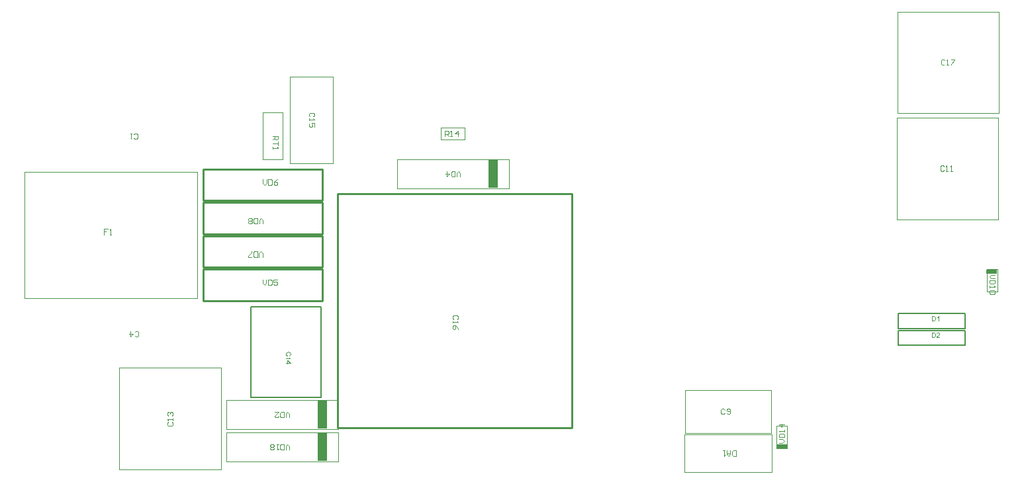
<source format=gbr>
%TF.GenerationSoftware,Altium Limited,Altium Designer,21.6.4 (81)*%
G04 Layer_Color=32768*
%FSLAX43Y43*%
%MOMM*%
%TF.SameCoordinates,B74C4539-8C7F-4592-B280-35368C4CFDA8*%
%TF.FilePolarity,Positive*%
%TF.FileFunction,Other,Top_Assembly*%
%TF.Part,Single*%
G01*
G75*
%TA.AperFunction,NonConductor*%
%ADD68C,0.200*%
%ADD69C,0.254*%
%ADD93C,0.100*%
%ADD104R,1.300X3.675*%
%ADD105R,1.375X0.575*%
G36*
X127608Y18342D02*
X127615Y18341D01*
X127625Y18340D01*
X127635Y18338D01*
X127645Y18336D01*
X127669Y18330D01*
X127693Y18320D01*
X127705Y18315D01*
X127717Y18308D01*
X127728Y18300D01*
X127738Y18291D01*
X127739Y18290D01*
X127741Y18289D01*
X127743Y18285D01*
X127747Y18282D01*
X127751Y18277D01*
X127756Y18270D01*
X127761Y18264D01*
X127766Y18256D01*
X127775Y18238D01*
X127785Y18216D01*
X127788Y18205D01*
X127790Y18192D01*
X127792Y18179D01*
X127793Y18165D01*
Y18163D01*
Y18159D01*
X127792Y18151D01*
X127791Y18141D01*
X127789Y18130D01*
X127785Y18117D01*
X127782Y18103D01*
X127776Y18089D01*
X127775Y18087D01*
X127773Y18083D01*
X127770Y18075D01*
X127764Y18065D01*
X127757Y18054D01*
X127748Y18040D01*
X127736Y18026D01*
X127724Y18011D01*
X127722Y18009D01*
X127717Y18003D01*
X127712Y17999D01*
X127708Y17994D01*
X127702Y17988D01*
X127695Y17981D01*
X127687Y17974D01*
X127678Y17965D01*
X127669Y17956D01*
X127658Y17946D01*
X127646Y17936D01*
X127633Y17924D01*
X127618Y17912D01*
X127603Y17899D01*
X127602Y17898D01*
X127601Y17896D01*
X127597Y17893D01*
X127592Y17890D01*
X127587Y17884D01*
X127580Y17878D01*
X127565Y17866D01*
X127550Y17853D01*
X127535Y17839D01*
X127522Y17827D01*
X127516Y17822D01*
X127512Y17817D01*
X127511Y17816D01*
X127508Y17814D01*
X127504Y17810D01*
X127500Y17804D01*
X127495Y17798D01*
X127490Y17792D01*
X127479Y17776D01*
X127794D01*
Y17700D01*
X127369D01*
Y17701D01*
Y17705D01*
Y17710D01*
X127370Y17718D01*
X127371Y17726D01*
X127373Y17735D01*
X127375Y17744D01*
X127379Y17755D01*
Y17755D01*
X127380Y17756D01*
X127381Y17762D01*
X127385Y17770D01*
X127391Y17781D01*
X127398Y17794D01*
X127407Y17809D01*
X127418Y17824D01*
X127430Y17840D01*
Y17841D01*
X127432Y17841D01*
X127437Y17847D01*
X127445Y17855D01*
X127457Y17867D01*
X127471Y17881D01*
X127489Y17898D01*
X127510Y17916D01*
X127533Y17936D01*
X127534Y17937D01*
X127538Y17939D01*
X127543Y17944D01*
X127550Y17950D01*
X127558Y17957D01*
X127568Y17965D01*
X127578Y17975D01*
X127590Y17985D01*
X127614Y18007D01*
X127637Y18029D01*
X127648Y18040D01*
X127658Y18051D01*
X127667Y18061D01*
X127675Y18072D01*
Y18073D01*
X127676Y18074D01*
X127678Y18076D01*
X127680Y18080D01*
X127687Y18090D01*
X127694Y18102D01*
X127700Y18117D01*
X127707Y18133D01*
X127711Y18150D01*
X127712Y18167D01*
Y18168D01*
Y18169D01*
X127712Y18174D01*
X127711Y18184D01*
X127708Y18194D01*
X127704Y18207D01*
X127698Y18220D01*
X127689Y18233D01*
X127678Y18245D01*
X127676Y18247D01*
X127672Y18251D01*
X127665Y18256D01*
X127655Y18262D01*
X127642Y18268D01*
X127627Y18273D01*
X127610Y18277D01*
X127590Y18278D01*
X127585D01*
X127581Y18277D01*
X127570Y18276D01*
X127557Y18273D01*
X127543Y18270D01*
X127528Y18263D01*
X127513Y18255D01*
X127499Y18244D01*
X127497Y18242D01*
X127493Y18237D01*
X127488Y18230D01*
X127482Y18219D01*
X127476Y18206D01*
X127470Y18189D01*
X127467Y18171D01*
X127465Y18149D01*
X127384Y18158D01*
Y18159D01*
X127385Y18161D01*
Y18166D01*
X127386Y18172D01*
X127388Y18180D01*
X127390Y18188D01*
X127393Y18198D01*
X127395Y18208D01*
X127403Y18231D01*
X127414Y18253D01*
X127420Y18264D01*
X127429Y18275D01*
X127437Y18285D01*
X127446Y18294D01*
X127447Y18295D01*
X127449Y18296D01*
X127452Y18299D01*
X127456Y18302D01*
X127462Y18306D01*
X127468Y18309D01*
X127476Y18314D01*
X127485Y18319D01*
X127495Y18323D01*
X127506Y18328D01*
X127518Y18331D01*
X127531Y18335D01*
X127545Y18338D01*
X127560Y18341D01*
X127576Y18342D01*
X127592Y18343D01*
X127602D01*
X127608Y18342D01*
D02*
G37*
G36*
X127030Y18339D02*
X127049Y18338D01*
X127067Y18336D01*
X127086Y18333D01*
X127101Y18331D01*
X127102D01*
X127104Y18330D01*
X127107D01*
X127111Y18328D01*
X127121Y18325D01*
X127134Y18320D01*
X127148Y18314D01*
X127164Y18306D01*
X127180Y18296D01*
X127195Y18284D01*
X127196Y18283D01*
X127197Y18282D01*
X127199Y18280D01*
X127203Y18277D01*
X127212Y18268D01*
X127223Y18255D01*
X127235Y18239D01*
X127248Y18221D01*
X127260Y18199D01*
X127271Y18175D01*
Y18174D01*
X127271Y18172D01*
X127273Y18169D01*
X127274Y18163D01*
X127277Y18157D01*
X127279Y18149D01*
X127281Y18141D01*
X127283Y18131D01*
X127286Y18121D01*
X127288Y18109D01*
X127293Y18083D01*
X127295Y18054D01*
X127296Y18023D01*
Y18022D01*
Y18020D01*
Y18015D01*
Y18011D01*
X127295Y18004D01*
Y17997D01*
X127295Y17979D01*
X127292Y17959D01*
X127289Y17938D01*
X127284Y17915D01*
X127279Y17893D01*
Y17892D01*
X127278Y17890D01*
X127277Y17888D01*
X127276Y17884D01*
X127272Y17874D01*
X127267Y17861D01*
X127261Y17846D01*
X127254Y17831D01*
X127245Y17816D01*
X127235Y17801D01*
X127234Y17799D01*
X127231Y17794D01*
X127225Y17788D01*
X127218Y17779D01*
X127209Y17770D01*
X127199Y17761D01*
X127189Y17751D01*
X127177Y17743D01*
X127175Y17742D01*
X127172Y17739D01*
X127165Y17735D01*
X127156Y17730D01*
X127145Y17725D01*
X127132Y17720D01*
X127117Y17715D01*
X127100Y17710D01*
X127099D01*
X127096Y17709D01*
X127093Y17708D01*
X127084Y17707D01*
X127071Y17706D01*
X127056Y17704D01*
X127038Y17702D01*
X127019Y17701D01*
X126998Y17700D01*
X126768D01*
Y18340D01*
X127013D01*
X127030Y18339D01*
D02*
G37*
G36*
X44493Y15874D02*
X44502D01*
X44512Y15873D01*
X44524Y15872D01*
X44536Y15870D01*
X44562Y15866D01*
X44592Y15859D01*
X44622Y15850D01*
X44650Y15837D01*
X44651Y15836D01*
X44654Y15835D01*
X44658Y15833D01*
X44662Y15830D01*
X44669Y15826D01*
X44676Y15821D01*
X44693Y15809D01*
X44711Y15794D01*
X44730Y15775D01*
X44748Y15754D01*
X44764Y15729D01*
X44765Y15728D01*
X44766Y15725D01*
X44768Y15722D01*
X44770Y15717D01*
X44773Y15710D01*
X44776Y15702D01*
X44780Y15693D01*
X44783Y15683D01*
X44787Y15672D01*
X44791Y15660D01*
X44796Y15634D01*
X44801Y15604D01*
X44803Y15574D01*
Y15564D01*
X44802Y15558D01*
X44801Y15550D01*
X44800Y15539D01*
X44799Y15529D01*
X44796Y15517D01*
X44791Y15492D01*
X44782Y15465D01*
X44777Y15451D01*
X44770Y15438D01*
X44762Y15425D01*
X44754Y15412D01*
X44753Y15411D01*
X44752Y15409D01*
X44749Y15405D01*
X44745Y15401D01*
X44740Y15396D01*
X44733Y15390D01*
X44726Y15383D01*
X44719Y15376D01*
X44709Y15368D01*
X44698Y15361D01*
X44687Y15353D01*
X44675Y15345D01*
X44661Y15339D01*
X44647Y15331D01*
X44633Y15326D01*
X44616Y15320D01*
X44597Y15403D01*
X44598D01*
X44599Y15404D01*
X44603Y15406D01*
X44608Y15408D01*
X44613Y15410D01*
X44621Y15413D01*
X44635Y15420D01*
X44652Y15429D01*
X44669Y15440D01*
X44684Y15454D01*
X44698Y15469D01*
X44700Y15471D01*
X44704Y15477D01*
X44708Y15486D01*
X44715Y15498D01*
X44720Y15514D01*
X44726Y15531D01*
X44730Y15552D01*
X44731Y15575D01*
Y15583D01*
X44730Y15587D01*
Y15594D01*
X44729Y15601D01*
X44726Y15619D01*
X44722Y15638D01*
X44716Y15659D01*
X44707Y15680D01*
X44695Y15699D01*
Y15700D01*
X44693Y15701D01*
X44688Y15708D01*
X44681Y15716D01*
X44670Y15726D01*
X44656Y15738D01*
X44640Y15749D01*
X44621Y15759D01*
X44599Y15769D01*
X44598D01*
X44597Y15770D01*
X44594Y15771D01*
X44589Y15771D01*
X44584Y15773D01*
X44577Y15775D01*
X44561Y15778D01*
X44543Y15782D01*
X44523Y15785D01*
X44500Y15787D01*
X44476Y15788D01*
X44475D01*
X44473D01*
X44468D01*
X44463D01*
X44456Y15787D01*
X44448D01*
X44438Y15786D01*
X44428Y15785D01*
X44406Y15783D01*
X44382Y15778D01*
X44358Y15772D01*
X44334Y15765D01*
X44333D01*
X44331Y15764D01*
X44328Y15762D01*
X44324Y15760D01*
X44313Y15755D01*
X44300Y15747D01*
X44285Y15736D01*
X44269Y15723D01*
X44255Y15709D01*
X44242Y15691D01*
Y15690D01*
X44242Y15688D01*
X44240Y15685D01*
X44238Y15682D01*
X44236Y15677D01*
X44233Y15672D01*
X44228Y15659D01*
X44222Y15642D01*
X44218Y15624D01*
X44214Y15603D01*
X44213Y15582D01*
Y15575D01*
X44214Y15570D01*
Y15563D01*
X44215Y15557D01*
X44218Y15540D01*
X44223Y15521D01*
X44230Y15501D01*
X44241Y15481D01*
X44246Y15471D01*
X44254Y15462D01*
X44255Y15461D01*
X44255Y15460D01*
X44258Y15457D01*
X44261Y15453D01*
X44266Y15450D01*
X44271Y15445D01*
X44277Y15440D01*
X44284Y15435D01*
X44292Y15429D01*
X44302Y15423D01*
X44311Y15417D01*
X44322Y15412D01*
X44334Y15407D01*
X44347Y15403D01*
X44361Y15398D01*
X44376Y15394D01*
X44354Y15309D01*
X44353D01*
X44350Y15310D01*
X44344Y15312D01*
X44337Y15315D01*
X44328Y15318D01*
X44318Y15321D01*
X44307Y15326D01*
X44295Y15331D01*
X44269Y15344D01*
X44243Y15361D01*
X44230Y15371D01*
X44218Y15381D01*
X44206Y15392D01*
X44195Y15405D01*
X44194Y15406D01*
X44193Y15408D01*
X44191Y15413D01*
X44187Y15417D01*
X44182Y15425D01*
X44178Y15432D01*
X44173Y15442D01*
X44169Y15452D01*
X44163Y15465D01*
X44158Y15477D01*
X44154Y15491D01*
X44149Y15506D01*
X44145Y15522D01*
X44144Y15538D01*
X44142Y15556D01*
X44141Y15575D01*
Y15585D01*
X44142Y15592D01*
Y15600D01*
X44143Y15611D01*
X44144Y15622D01*
X44146Y15635D01*
X44151Y15661D01*
X44158Y15689D01*
X44169Y15717D01*
X44175Y15730D01*
X44182Y15743D01*
X44183Y15744D01*
X44184Y15746D01*
X44187Y15749D01*
X44191Y15753D01*
X44194Y15759D01*
X44200Y15765D01*
X44206Y15772D01*
X44214Y15780D01*
X44222Y15787D01*
X44230Y15795D01*
X44252Y15812D01*
X44277Y15828D01*
X44304Y15842D01*
X44305D01*
X44308Y15844D01*
X44313Y15844D01*
X44318Y15847D01*
X44326Y15849D01*
X44335Y15852D01*
X44345Y15856D01*
X44356Y15858D01*
X44368Y15861D01*
X44382Y15865D01*
X44411Y15869D01*
X44443Y15873D01*
X44476Y15875D01*
X44477D01*
X44481D01*
X44487D01*
X44493Y15874D01*
D02*
G37*
G36*
X44634Y15176D02*
X44635Y15174D01*
X44636Y15170D01*
X44639Y15166D01*
X44642Y15160D01*
X44646Y15154D01*
X44655Y15138D01*
X44665Y15120D01*
X44678Y15101D01*
X44693Y15082D01*
X44708Y15062D01*
X44709Y15061D01*
X44710Y15060D01*
X44713Y15058D01*
X44716Y15054D01*
X44725Y15046D01*
X44736Y15035D01*
X44749Y15023D01*
X44764Y15011D01*
X44779Y15001D01*
X44794Y14992D01*
Y14941D01*
X44152D01*
Y15020D01*
X44652D01*
X44651Y15021D01*
X44647Y15025D01*
X44642Y15031D01*
X44635Y15040D01*
X44627Y15050D01*
X44618Y15063D01*
X44608Y15078D01*
X44598Y15095D01*
Y15096D01*
X44597Y15097D01*
X44593Y15102D01*
X44588Y15111D01*
X44583Y15122D01*
X44576Y15135D01*
X44570Y15149D01*
X44563Y15163D01*
X44558Y15177D01*
X44634D01*
Y15176D01*
D02*
G37*
G36*
X44792Y14473D02*
Y14410D01*
X44377D01*
Y14323D01*
X44305D01*
Y14410D01*
X44152D01*
Y14488D01*
X44305D01*
Y14766D01*
X44377D01*
X44792Y14473D01*
D02*
G37*
G36*
X127676Y19825D02*
X127598D01*
Y20325D01*
X127597Y20324D01*
X127592Y20321D01*
X127587Y20315D01*
X127577Y20309D01*
X127567Y20300D01*
X127554Y20291D01*
X127540Y20281D01*
X127523Y20271D01*
X127522D01*
X127521Y20270D01*
X127516Y20266D01*
X127506Y20261D01*
X127495Y20256D01*
X127482Y20249D01*
X127468Y20243D01*
X127454Y20236D01*
X127441Y20231D01*
Y20307D01*
X127442D01*
X127443Y20309D01*
X127447Y20309D01*
X127452Y20312D01*
X127457Y20315D01*
X127464Y20319D01*
X127479Y20328D01*
X127498Y20338D01*
X127516Y20351D01*
X127536Y20366D01*
X127555Y20382D01*
X127556Y20382D01*
X127557Y20383D01*
X127560Y20386D01*
X127564Y20389D01*
X127572Y20398D01*
X127583Y20409D01*
X127594Y20422D01*
X127606Y20437D01*
X127616Y20452D01*
X127626Y20468D01*
X127676D01*
Y19825D01*
D02*
G37*
G36*
X127030Y20464D02*
X127049Y20463D01*
X127067Y20461D01*
X127086Y20458D01*
X127101Y20456D01*
X127102D01*
X127104Y20455D01*
X127107D01*
X127111Y20453D01*
X127121Y20450D01*
X127134Y20445D01*
X127148Y20439D01*
X127164Y20431D01*
X127180Y20421D01*
X127195Y20409D01*
X127196Y20408D01*
X127197Y20407D01*
X127199Y20405D01*
X127203Y20402D01*
X127212Y20393D01*
X127223Y20380D01*
X127235Y20364D01*
X127248Y20346D01*
X127260Y20324D01*
X127271Y20300D01*
Y20299D01*
X127271Y20297D01*
X127273Y20294D01*
X127274Y20288D01*
X127277Y20282D01*
X127279Y20274D01*
X127281Y20266D01*
X127283Y20256D01*
X127286Y20246D01*
X127288Y20234D01*
X127293Y20208D01*
X127295Y20179D01*
X127296Y20148D01*
Y20147D01*
Y20145D01*
Y20140D01*
Y20136D01*
X127295Y20129D01*
Y20122D01*
X127295Y20104D01*
X127292Y20084D01*
X127289Y20063D01*
X127284Y20040D01*
X127279Y20018D01*
Y20017D01*
X127278Y20015D01*
X127277Y20013D01*
X127276Y20009D01*
X127272Y19999D01*
X127267Y19986D01*
X127261Y19971D01*
X127254Y19956D01*
X127245Y19941D01*
X127235Y19926D01*
X127234Y19924D01*
X127231Y19919D01*
X127225Y19913D01*
X127218Y19904D01*
X127209Y19895D01*
X127199Y19886D01*
X127189Y19876D01*
X127177Y19868D01*
X127175Y19867D01*
X127172Y19864D01*
X127165Y19860D01*
X127156Y19855D01*
X127145Y19850D01*
X127132Y19845D01*
X127117Y19840D01*
X127100Y19835D01*
X127099D01*
X127096Y19834D01*
X127093Y19833D01*
X127084Y19832D01*
X127071Y19831D01*
X127056Y19829D01*
X127038Y19827D01*
X127019Y19826D01*
X126998Y19825D01*
X126768D01*
Y20465D01*
X127013D01*
X127030Y20464D01*
D02*
G37*
%LPC*%
G36*
X127001Y18264D02*
X126853D01*
Y17776D01*
X127004D01*
X127011Y17777D01*
X127025Y17778D01*
X127040Y17779D01*
X127057Y17780D01*
X127074Y17783D01*
X127087Y17787D01*
X127089Y17788D01*
X127094Y17789D01*
X127100Y17792D01*
X127109Y17795D01*
X127118Y17801D01*
X127127Y17806D01*
X127136Y17813D01*
X127146Y17820D01*
X127147Y17822D01*
X127150Y17826D01*
X127156Y17832D01*
X127162Y17841D01*
X127170Y17853D01*
X127178Y17867D01*
X127185Y17883D01*
X127192Y17901D01*
Y17902D01*
X127193Y17903D01*
X127194Y17906D01*
X127195Y17910D01*
X127196Y17914D01*
X127197Y17921D01*
X127199Y17927D01*
X127201Y17935D01*
X127204Y17953D01*
X127207Y17975D01*
X127209Y17999D01*
X127209Y18025D01*
Y18025D01*
Y18029D01*
Y18034D01*
X127209Y18041D01*
Y18049D01*
X127208Y18059D01*
X127207Y18070D01*
X127206Y18081D01*
X127201Y18106D01*
X127196Y18132D01*
X127187Y18156D01*
X127182Y18168D01*
X127176Y18178D01*
Y18179D01*
X127174Y18181D01*
X127173Y18184D01*
X127171Y18187D01*
X127163Y18196D01*
X127154Y18208D01*
X127142Y18220D01*
X127128Y18232D01*
X127112Y18242D01*
X127096Y18250D01*
X127094Y18251D01*
X127089Y18252D01*
X127081Y18255D01*
X127069Y18257D01*
X127054Y18259D01*
X127036Y18262D01*
X127025Y18263D01*
X127013D01*
X127001Y18264D01*
D02*
G37*
G36*
X44377Y14690D02*
Y14488D01*
X44664D01*
X44377Y14690D01*
D02*
G37*
G36*
X127001Y20389D02*
X126853D01*
Y19901D01*
X127004D01*
X127011Y19902D01*
X127025Y19903D01*
X127040Y19904D01*
X127057Y19905D01*
X127074Y19908D01*
X127087Y19912D01*
X127089Y19913D01*
X127094Y19914D01*
X127100Y19917D01*
X127109Y19920D01*
X127118Y19926D01*
X127127Y19931D01*
X127136Y19938D01*
X127146Y19945D01*
X127147Y19947D01*
X127150Y19951D01*
X127156Y19957D01*
X127162Y19966D01*
X127170Y19978D01*
X127178Y19992D01*
X127185Y20008D01*
X127192Y20026D01*
Y20027D01*
X127193Y20028D01*
X127194Y20031D01*
X127195Y20035D01*
X127196Y20039D01*
X127197Y20046D01*
X127199Y20052D01*
X127201Y20060D01*
X127204Y20078D01*
X127207Y20100D01*
X127209Y20124D01*
X127209Y20150D01*
Y20150D01*
Y20154D01*
Y20159D01*
X127209Y20166D01*
Y20174D01*
X127208Y20184D01*
X127207Y20195D01*
X127206Y20206D01*
X127201Y20231D01*
X127196Y20257D01*
X127187Y20281D01*
X127182Y20293D01*
X127176Y20303D01*
Y20304D01*
X127174Y20306D01*
X127173Y20309D01*
X127171Y20312D01*
X127163Y20321D01*
X127154Y20333D01*
X127142Y20345D01*
X127128Y20357D01*
X127112Y20367D01*
X127096Y20375D01*
X127094Y20376D01*
X127089Y20377D01*
X127081Y20380D01*
X127069Y20382D01*
X127054Y20384D01*
X127036Y20387D01*
X127025Y20388D01*
X127013D01*
X127001Y20389D01*
D02*
G37*
%LPD*%
D68*
X122493Y16750D02*
Y18650D01*
Y16750D02*
X131043D01*
Y18650D01*
X122493D02*
X131043D01*
X39641Y21675D02*
X48641D01*
X39641Y10075D02*
Y21675D01*
Y10075D02*
X48641D01*
Y21675D01*
X122493Y18875D02*
Y20775D01*
Y18875D02*
X131043D01*
Y20775D01*
X122493D02*
X131043D01*
D69*
X50725Y6150D02*
X80725D01*
X50725D02*
Y36150D01*
X80725D01*
Y6150D02*
Y36150D01*
X33568Y26448D02*
X48768D01*
Y22448D02*
Y26448D01*
X33568Y22448D02*
X48768D01*
X33568D02*
Y26448D01*
X33594Y31008D02*
X48794D01*
X33594D02*
Y35008D01*
X48794D01*
Y31008D02*
Y35008D01*
X33568Y26741D02*
X48768D01*
X33568D02*
Y30741D01*
X48768D01*
Y26741D02*
Y30741D01*
X33594Y39275D02*
X48794D01*
Y35275D02*
Y39275D01*
X33594Y35275D02*
X48794D01*
X33594D02*
Y39275D01*
D93*
X122375Y46450D02*
Y59450D01*
X135375D01*
X122375Y46450D02*
X135375D01*
Y59450D01*
X50841Y1872D02*
Y5547D01*
X36491D02*
X50841D01*
X36491Y2959D02*
Y4459D01*
Y5547D01*
Y1872D02*
Y2959D01*
Y1872D02*
X50841D01*
X108250Y3525D02*
Y6400D01*
X106900Y3525D02*
Y6400D01*
X108250D01*
X106900Y3525D02*
X108250D01*
X135280Y32873D02*
Y45873D01*
X122280Y32873D02*
X135280D01*
X122280Y45873D02*
X135280D01*
X122280Y32873D02*
Y45873D01*
X22840Y852D02*
X35840D01*
X22840D02*
Y13852D01*
X35840Y852D02*
Y13852D01*
X22840D02*
X35840D01*
X133775Y23600D02*
Y26475D01*
X135125Y23600D02*
Y26475D01*
X133775Y23600D02*
X135125D01*
X133775Y26475D02*
X135125D01*
X95172Y5505D02*
Y10955D01*
X106247Y5505D02*
Y10955D01*
X95172D02*
X106247D01*
X95172Y5505D02*
X106247D01*
X41150Y46524D02*
X43750D01*
X41150Y40524D02*
X43750D01*
Y46524D01*
X41150Y40524D02*
Y46524D01*
X58355Y36825D02*
X72705D01*
X58355D02*
Y37912D01*
Y39412D02*
Y40500D01*
Y37912D02*
Y39412D01*
Y40500D02*
X72705D01*
Y36825D02*
Y40500D01*
X44675Y40025D02*
Y51100D01*
X50125Y40025D02*
Y51100D01*
X44675Y40025D02*
X50125D01*
X44675Y51100D02*
X50125D01*
X50725Y6150D02*
X80725D01*
X50725Y36150D02*
X80725D01*
X50725Y6150D02*
Y36150D01*
X10740Y22774D02*
X32790D01*
X10740Y38974D02*
X32790D01*
Y22774D02*
Y38974D01*
X10740Y22774D02*
Y38974D01*
X63937Y43088D02*
Y44612D01*
X66985Y43088D02*
Y44612D01*
X63937D02*
X66985D01*
X63937Y43088D02*
X66985D01*
X36491Y6012D02*
X50841D01*
X36491D02*
Y7099D01*
Y8599D02*
Y9687D01*
Y7099D02*
Y8599D01*
Y9687D02*
X50841D01*
Y6012D02*
Y9687D01*
X95122Y496D02*
Y2096D01*
Y3496D02*
Y5296D01*
X106322D01*
X95122Y496D02*
X106322D01*
X95122Y2096D02*
Y3496D01*
X106322Y496D02*
Y5296D01*
X128417Y53208D02*
X128300Y53325D01*
X128067D01*
X127950Y53208D01*
Y52742D01*
X128067Y52625D01*
X128300D01*
X128417Y52742D01*
X128650Y52625D02*
X128883D01*
X128766D01*
Y53325D01*
X128650Y53208D01*
X129233Y53325D02*
X129699D01*
Y53208D01*
X129233Y52742D01*
Y52625D01*
X44591Y3347D02*
Y3814D01*
X44358Y4047D01*
X44124Y3814D01*
Y3347D01*
X43891D02*
Y4047D01*
X43541D01*
X43425Y3930D01*
Y3464D01*
X43541Y3347D01*
X43891D01*
X43191Y4047D02*
X42958D01*
X43075D01*
Y3347D01*
X43191Y3464D01*
X42608D02*
X42491Y3347D01*
X42258D01*
X42142Y3464D01*
Y3580D01*
X42258Y3697D01*
X42142Y3814D01*
Y3930D01*
X42258Y4047D01*
X42491D01*
X42608Y3930D01*
Y3814D01*
X42491Y3697D01*
X42608Y3580D01*
Y3464D01*
X42491Y3697D02*
X42258D01*
X107200Y4250D02*
X107667D01*
X107900Y4483D01*
X107667Y4717D01*
X107200D01*
Y4950D02*
X107900D01*
Y5300D01*
X107783Y5416D01*
X107317D01*
X107200Y5300D01*
Y4950D01*
X107900Y5650D02*
Y5883D01*
Y5766D01*
X107200D01*
X107317Y5650D01*
X107900Y6583D02*
X107200D01*
X107550Y6233D01*
Y6699D01*
X128322Y39631D02*
X128205Y39748D01*
X127972D01*
X127855Y39631D01*
Y39165D01*
X127972Y39048D01*
X128205D01*
X128322Y39165D01*
X128555Y39048D02*
X128788D01*
X128671D01*
Y39748D01*
X128555Y39631D01*
X129138Y39048D02*
X129371D01*
X129255D01*
Y39748D01*
X129138Y39631D01*
X29081Y6894D02*
X28965Y6777D01*
Y6544D01*
X29081Y6427D01*
X29548D01*
X29665Y6544D01*
Y6777D01*
X29548Y6894D01*
X29665Y7127D02*
Y7360D01*
Y7244D01*
X28965D01*
X29081Y7127D01*
Y7710D02*
X28965Y7827D01*
Y8060D01*
X29081Y8177D01*
X29198D01*
X29315Y8060D01*
Y7943D01*
Y8060D01*
X29431Y8177D01*
X29548D01*
X29665Y8060D01*
Y7827D01*
X29548Y7710D01*
X134825Y25750D02*
X134358D01*
X134125Y25517D01*
X134358Y25283D01*
X134825D01*
Y25050D02*
X134125D01*
Y24700D01*
X134242Y24584D01*
X134708D01*
X134825Y24700D01*
Y25050D01*
X134125Y24350D02*
Y24117D01*
Y24234D01*
X134825D01*
X134708Y24350D01*
Y23767D02*
X134825Y23651D01*
Y23417D01*
X134708Y23301D01*
X134242D01*
X134125Y23417D01*
Y23651D01*
X134242Y23767D01*
X134708D01*
X100264Y8488D02*
X100147Y8604D01*
X99914D01*
X99797Y8488D01*
Y8021D01*
X99914Y7905D01*
X100147D01*
X100264Y8021D01*
X100497D02*
X100614Y7905D01*
X100847D01*
X100963Y8021D01*
Y8488D01*
X100847Y8604D01*
X100614D01*
X100497Y8488D01*
Y8371D01*
X100614Y8254D01*
X100963D01*
X42450Y43524D02*
X43150D01*
Y43174D01*
X43033Y43057D01*
X42800D01*
X42683Y43174D01*
Y43524D01*
Y43291D02*
X42450Y43057D01*
X43150Y42824D02*
Y42358D01*
Y42591D01*
X42450D01*
Y42124D02*
Y41891D01*
Y42008D01*
X43150D01*
X43033Y42124D01*
X66455Y38300D02*
Y38767D01*
X66221Y39000D01*
X65988Y38767D01*
Y38300D01*
X65755D02*
Y39000D01*
X65405D01*
X65288Y38883D01*
Y38417D01*
X65405Y38300D01*
X65755D01*
X64705Y39000D02*
Y38300D01*
X65055Y38650D01*
X64589D01*
X47658Y46008D02*
X47775Y46125D01*
Y46358D01*
X47658Y46475D01*
X47192D01*
X47075Y46358D01*
Y46125D01*
X47192Y46008D01*
X47075Y45775D02*
Y45542D01*
Y45659D01*
X47775D01*
X47658Y45775D01*
X47775Y44726D02*
Y45192D01*
X47425D01*
X47542Y44959D01*
Y44842D01*
X47425Y44726D01*
X47192D01*
X47075Y44842D01*
Y45075D01*
X47192Y45192D01*
X66052Y20067D02*
X66169Y20184D01*
Y20417D01*
X66052Y20534D01*
X65585D01*
X65469Y20417D01*
Y20184D01*
X65585Y20067D01*
X65469Y19834D02*
Y19601D01*
Y19718D01*
X66169D01*
X66052Y19834D01*
X66169Y18785D02*
X66052Y19018D01*
X65819Y19251D01*
X65585D01*
X65469Y19134D01*
Y18901D01*
X65585Y18785D01*
X65702D01*
X65819Y18901D01*
Y19251D01*
X21356Y31624D02*
X20890D01*
Y31274D01*
X21123D01*
X20890D01*
Y30924D01*
X21589D02*
X21823D01*
X21706D01*
Y31624D01*
X21589Y31507D01*
X41168Y25148D02*
Y24682D01*
X41401Y24448D01*
X41635Y24682D01*
Y25148D01*
X41868D02*
Y24448D01*
X42218D01*
X42334Y24565D01*
Y25032D01*
X42218Y25148D01*
X41868D01*
X43034D02*
X42568D01*
Y24798D01*
X42801Y24915D01*
X42918D01*
X43034Y24798D01*
Y24565D01*
X42918Y24448D01*
X42684D01*
X42568Y24565D01*
X24811Y17967D02*
X24928Y17851D01*
X25161D01*
X25278Y17967D01*
Y18434D01*
X25161Y18550D01*
X24928D01*
X24811Y18434D01*
X24228Y18550D02*
Y17851D01*
X24578Y18201D01*
X24112D01*
X41194Y32308D02*
Y32775D01*
X40961Y33008D01*
X40728Y32775D01*
Y32308D01*
X40495D02*
Y33008D01*
X40145D01*
X40028Y32892D01*
Y32425D01*
X40145Y32308D01*
X40495D01*
X39795Y32425D02*
X39678Y32308D01*
X39445D01*
X39328Y32425D01*
Y32542D01*
X39445Y32658D01*
X39328Y32775D01*
Y32892D01*
X39445Y33008D01*
X39678D01*
X39795Y32892D01*
Y32775D01*
X39678Y32658D01*
X39795Y32542D01*
Y32425D01*
X39678Y32658D02*
X39445D01*
X41168Y28041D02*
Y28508D01*
X40935Y28741D01*
X40702Y28508D01*
Y28041D01*
X40468D02*
Y28741D01*
X40119D01*
X40002Y28624D01*
Y28158D01*
X40119Y28041D01*
X40468D01*
X39769D02*
X39302D01*
Y28158D01*
X39769Y28624D01*
Y28741D01*
X41194Y37975D02*
Y37509D01*
X41428Y37275D01*
X41661Y37509D01*
Y37975D01*
X41894D02*
Y37275D01*
X42244D01*
X42361Y37392D01*
Y37859D01*
X42244Y37975D01*
X41894D01*
X43060D02*
X42827Y37859D01*
X42594Y37625D01*
Y37392D01*
X42711Y37275D01*
X42944D01*
X43060Y37392D01*
Y37509D01*
X42944Y37625D01*
X42594D01*
X24686Y43266D02*
X24802Y43149D01*
X25036D01*
X25152Y43266D01*
Y43732D01*
X25036Y43849D01*
X24802D01*
X24686Y43732D01*
X24452Y43849D02*
X24219D01*
X24336D01*
Y43149D01*
X24452Y43266D01*
X64486Y43500D02*
Y44200D01*
X64836D01*
X64952Y44083D01*
Y43850D01*
X64836Y43733D01*
X64486D01*
X64719D02*
X64952Y43500D01*
X65186D02*
X65419D01*
X65302D01*
Y44200D01*
X65186Y44083D01*
X66119Y43500D02*
Y44200D01*
X65769Y43850D01*
X66235D01*
X44591Y7487D02*
Y7954D01*
X44358Y8187D01*
X44124Y7954D01*
Y7487D01*
X43891D02*
Y8187D01*
X43541D01*
X43425Y8070D01*
Y7604D01*
X43541Y7487D01*
X43891D01*
X42725Y8187D02*
X43191D01*
X42725Y7720D01*
Y7604D01*
X42841Y7487D01*
X43075D01*
X43191Y7604D01*
X101697Y2546D02*
Y3246D01*
X101347D01*
X101230Y3129D01*
Y2662D01*
X101347Y2546D01*
X101697D01*
X100997Y3246D02*
Y2779D01*
X100764Y2546D01*
X100531Y2779D01*
Y3246D01*
Y2896D01*
X100997D01*
X100297Y3246D02*
X100064D01*
X100181D01*
Y2546D01*
X100297Y2662D01*
D104*
X48766Y3734D02*
D03*
X70630Y38688D02*
D03*
X48766Y7874D02*
D03*
D105*
X107588Y3812D02*
D03*
X134438Y26188D02*
D03*
%TF.MD5,f37b5cc990b975b6c4b99f2c77f68ad5*%
M02*

</source>
